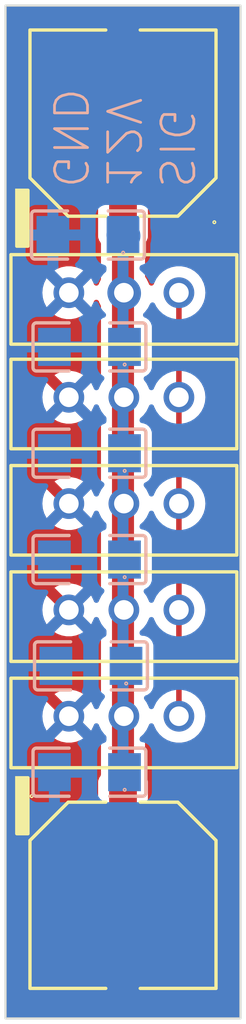
<source format=kicad_pcb>
(kicad_pcb (version 20221018) (generator pcbnew)
  (layers (0 "F.Cu" signal) (31 "B.Cu" signal) (34 "B.Paste" user) (35 "F.Paste" user) (36 "B.SilkS" user "B.Silkscreen") (37 "F.SilkS" user "F.Silkscreen") (38 "B.Mask" user) (39 "F.Mask" user) (44 "Edge.Cuts" user))
  (net 0 "")
  (net 1 "/GND")
  (net 2 "/12V")
  (net 3 "/DATA")
  (footprint "footprints:CONN3_B3B-EH-ALFSN_JST" (layer "F.Cu") (at 88.726 55.626)
    (fp_text reference "J3" hide)
    (fp_text value "B3B-EH-ALFSN" hide)
    (fp_line (start -2.6308 -1.727) (end -2.6308 2.337) (stroke (width 0.1524)) (layer "F.SilkS"))
    (fp_line (start -2.6308 2.337) (end 7.6308 2.337) (stroke (width 0.1524)) (layer "F.SilkS"))
    (fp_line (start 7.6308 -1.727) (end -2.6308 -1.727) (stroke (width 0.1524)) (layer "F.SilkS"))
    (fp_line (start 7.6308 2.337) (end 7.6308 -1.727) (stroke (width 0.1524)) (layer "F.SilkS"))
    (pad "1" thru_hole circle (at 0 0) (size 1.397 1.397) (drill 0.889) (layers "*.Cu" "*.Mask") (net 1 "/GND"))
    (pad "2" thru_hole circle (at 2.5 0) (size 1.397 1.397) (drill 0.889) (layers "*.Cu" "*.Mask") (net 2 "/12V"))
    (pad "3" thru_hole circle (at 5 0) (size 1.397 1.397) (drill 0.889) (layers "*.Cu" "*.Mask") (net 3 "/DATA"))
  )
  (footprint "footprint:CAP-SMD_BD8.0-L8.3-W8.3-RD" (layer "F.Cu") (at 91.186 38.354 -90)
    (fp_text reference "C3" hide)
    (fp_text value "VE-221M1ETR-0810" hide)
    (fp_line (start -4.226238 -4.226238) (end 2.489967 -4.226238) (stroke (width 0.1524)) (layer "F.SilkS"))
    (fp_line (start -4.226238 -0.782398) (end -4.226238 -4.226238) (stroke (width 0.1524)) (layer "F.SilkS"))
    (fp_line (start -4.226238 0.782398) (end -4.226238 4.226238) (stroke (width 0.1524)) (layer "F.SilkS"))
    (fp_line (start -4.226238 4.226238) (end 2.489967 4.226238) (stroke (width 0.1524)) (layer "F.SilkS"))
    (fp_line (start 2.489967 -4.226238) (end 4.226238 -2.489967) (stroke (width 0.1524)) (layer "F.SilkS"))
    (fp_line (start 2.489967 4.226238) (end 4.226238 2.489967) (stroke (width 0.1524)) (layer "F.SilkS"))
    (fp_line (start 4.226238 -2.489967) (end 4.226238 -0.782398) (stroke (width 0.1524)) (layer "F.SilkS"))
    (fp_line (start 4.226238 2.489967) (end 4.226238 0.782398) (stroke (width 0.1524)) (layer "F.SilkS"))
    (fp_circle (center 4.500127 -4.150114) (end 4.530099 -4.150114) (stroke (width 0.059995)) (fill none) (layer "F.SilkS"))
    (pad "1" smd rect (at 3.294895 0 90) (size 3.610008 1.259995) (layers "F.Cu" "F.Paste" "F.Mask") (net 2 "/12V"))
    (pad "2" smd rect (at -3.294895 0 90) (size 3.610008 1.259995) (layers "F.Cu" "F.Paste" "F.Mask") (net 1 "/GND"))
  )
  (footprint "footprint:CAP-SMD_BD8.0-L8.3-W8.3-RD" (layer "F.Cu") (at 91.186 73.406 90)
    (fp_text reference "C1" hide)
    (fp_text value "VE-221M1ETR-0810" hide)
    (fp_line (start -4.226238 -4.226238) (end 2.489967 -4.226238) (stroke (width 0.1524)) (layer "F.SilkS"))
    (fp_line (start -4.226238 -0.782398) (end -4.226238 -4.226238) (stroke (width 0.1524)) (layer "F.SilkS"))
    (fp_line (start -4.226238 0.782398) (end -4.226238 4.226238) (stroke (width 0.1524)) (layer "F.SilkS"))
    (fp_line (start -4.226238 4.226238) (end 2.489967 4.226238) (stroke (width 0.1524)) (layer "F.SilkS"))
    (fp_line (start 2.489967 -4.226238) (end 4.226238 -2.489967) (stroke (width 0.1524)) (layer "F.SilkS"))
    (fp_line (start 2.489967 4.226238) (end 4.226238 2.489967) (stroke (width 0.1524)) (layer "F.SilkS"))
    (fp_line (start 4.226238 -2.489967) (end 4.226238 -0.782398) (stroke (width 0.1524)) (layer "F.SilkS"))
    (fp_line (start 4.226238 2.489967) (end 4.226238 0.782398) (stroke (width 0.1524)) (layer "F.SilkS"))
    (fp_circle (center 4.500127 -4.150114) (end 4.530099 -4.150114) (stroke (width 0.059995)) (fill none) (layer "F.SilkS"))
    (pad "1" smd rect (at 3.294895 0 270) (size 3.610008 1.259995) (layers "F.Cu" "F.Paste" "F.Mask") (net 2 "/12V"))
    (pad "2" smd rect (at -3.294895 0 270) (size 3.610008 1.259995) (layers "F.Cu" "F.Paste" "F.Mask") (net 1 "/GND"))
  )
  (footprint "footprints:CONN3_B3B-EH-ALFSN_JST" (layer "F.Cu") (at 88.726 46.053)
    (fp_text reference "J1" hide)
    (fp_text value "B3B-EH-ALFSN" hide)
    (fp_line (start -2.6308 -1.727) (end -2.6308 2.337) (stroke (width 0.1524)) (layer "F.SilkS"))
    (fp_line (start -2.6308 2.337) (end 7.6308 2.337) (stroke (width 0.1524)) (layer "F.SilkS"))
    (fp_line (start 7.6308 -1.727) (end -2.6308 -1.727) (stroke (width 0.1524)) (layer "F.SilkS"))
    (fp_line (start 7.6308 2.337) (end 7.6308 -1.727) (stroke (width 0.1524)) (layer "F.SilkS"))
    (pad "1" thru_hole circle (at 0 0) (size 1.397 1.397) (drill 0.889) (layers "*.Cu" "*.Mask") (net 1 "/GND"))
    (pad "2" thru_hole circle (at 2.5 0) (size 1.397 1.397) (drill 0.889) (layers "*.Cu" "*.Mask") (net 2 "/12V"))
    (pad "3" thru_hole circle (at 5 0) (size 1.397 1.397) (drill 0.889) (layers "*.Cu" "*.Mask") (net 3 "/DATA"))
  )
  (footprint "footprints:CONN3_B3B-EH-ALFSN_JST" (layer "F.Cu") (at 88.726 65.278)
    (fp_text reference "J5" hide)
    (fp_text value "B3B-EH-ALFSN" hide)
    (fp_line (start -2.6308 -1.727) (end -2.6308 2.337) (stroke (width 0.1524)) (layer "F.SilkS"))
    (fp_line (start -2.6308 2.337) (end 7.6308 2.337) (stroke (width 0.1524)) (layer "F.SilkS"))
    (fp_line (start 7.6308 -1.727) (end -2.6308 -1.727) (stroke (width 0.1524)) (layer "F.SilkS"))
    (fp_line (start 7.6308 2.337) (end 7.6308 -1.727) (stroke (width 0.1524)) (layer "F.SilkS"))
    (pad "1" thru_hole circle (at 0 0) (size 1.397 1.397) (drill 0.889) (layers "*.Cu" "*.Mask") (net 1 "/GND"))
    (pad "2" thru_hole circle (at 2.5 0) (size 1.397 1.397) (drill 0.889) (layers "*.Cu" "*.Mask") (net 2 "/12V"))
    (pad "3" thru_hole circle (at 5 0) (size 1.397 1.397) (drill 0.889) (layers "*.Cu" "*.Mask") (net 3 "/DATA"))
  )
  (footprint "footprints:CONN3_B3B-EH-ALFSN_JST" (layer "F.Cu") (at 88.726 50.8)
    (fp_text reference "J2" hide)
    (fp_text value "B3B-EH-ALFSN" hide)
    (fp_line (start -2.6308 -1.727) (end -2.6308 2.337) (stroke (width 0.1524)) (layer "F.SilkS"))
    (fp_line (start -2.6308 2.337) (end 7.6308 2.337) (stroke (width 0.1524)) (layer "F.SilkS"))
    (fp_line (start 7.6308 -1.727) (end -2.6308 -1.727) (stroke (width 0.1524)) (layer "F.SilkS"))
    (fp_line (start 7.6308 2.337) (end 7.6308 -1.727) (stroke (width 0.1524)) (layer "F.SilkS"))
    (pad "1" thru_hole circle (at 0 0) (size 1.397 1.397) (drill 0.889) (layers "*.Cu" "*.Mask") (net 1 "/GND"))
    (pad "2" thru_hole circle (at 2.5 0) (size 1.397 1.397) (drill 0.889) (layers "*.Cu" "*.Mask") (net 2 "/12V"))
    (pad "3" thru_hole circle (at 5 0) (size 1.397 1.397) (drill 0.889) (layers "*.Cu" "*.Mask") (net 3 "/DATA"))
  )
  (footprint "footprints:CONN3_B3B-EH-ALFSN_JST" (layer "F.Cu") (at 88.726 60.452)
    (fp_text reference "J4" hide)
    (fp_text value "B3B-EH-ALFSN" hide)
    (fp_line (start -2.6308 -1.727) (end -2.6308 2.337) (stroke (width 0.1524)) (layer "F.SilkS"))
    (fp_line (start -2.6308 2.337) (end 7.6308 2.337) (stroke (width 0.1524)) (layer "F.SilkS"))
    (fp_line (start 7.6308 -1.727) (end -2.6308 -1.727) (stroke (width 0.1524)) (layer "F.SilkS"))
    (fp_line (start 7.6308 2.337) (end 7.6308 -1.727) (stroke (width 0.1524)) (layer "F.SilkS"))
    (pad "1" thru_hole circle (at 0 0) (size 1.397 1.397) (drill 0.889) (layers "*.Cu" "*.Mask") (net 1 "/GND"))
    (pad "2" thru_hole circle (at 2.5 0) (size 1.397 1.397) (drill 0.889) (layers "*.Cu" "*.Mask") (net 2 "/12V"))
    (pad "3" thru_hole circle (at 5 0) (size 1.397 1.397) (drill 0.889) (layers "*.Cu" "*.Mask") (net 3 "/DATA"))
  )
  (footprint "footprint:C1206" (layer "B.Cu") (at 89.593417 43.434 180)
    (fp_text reference "C7" hide)
    (fp_text value "CL31B104KBCNNNC" hide)
    (fp_line (start -2.563602 -0.940208) (end -2.563602 0.940208) (stroke (width 0.1524)) (layer "B.SilkS"))
    (fp_line (start -2.411201 1.092609) (end -0.926213 1.092609) (stroke (width 0.1524)) (layer "B.SilkS"))
    (fp_line (start -0.926213 -1.092609) (end -2.411201 -1.092609) (stroke (width 0.1524)) (layer "B.SilkS"))
    (fp_line (start 0.926213 -1.092609) (end 2.411201 -1.092609) (stroke (width 0.1524)) (layer "B.SilkS"))
    (fp_line (start 2.411201 1.092609) (end 0.926213 1.092609) (stroke (width 0.1524)) (layer "B.SilkS"))
    (fp_line (start 2.563602 -0.940208) (end 2.563602 0.940208) (stroke (width 0.1524)) (layer "B.SilkS"))
    (fp_arc (start -2.563602 -0.940208) (mid -2.518965 -1.047972) (end -2.411201 -1.092609) (stroke (width 0.1524)) (layer "B.SilkS"))
    (fp_arc (start -2.411201 1.092609) (mid -2.518965 1.047972) (end -2.563602 0.940208) (stroke (width 0.1524)) (layer "B.SilkS"))
    (fp_arc (start 2.411201 -1.092609) (mid 2.518965 -1.047972) (end 2.563602 -0.940208) (stroke (width 0.1524)) (layer "B.SilkS"))
    (fp_arc (start 2.563602 0.940208) (mid 2.518965 1.047972) (end 2.411201 1.092609) (stroke (width 0.1524)) (layer "B.SilkS"))
    (fp_circle (center -1.599949 -0.800102) (end -1.569977 -0.800102) (stroke (width 0.059995)) (fill none) (layer "B.SilkS"))
    (pad "1" smd rect (at -1.592583 0 180) (size 1.485014 1.727991) (layers "B.Cu" "B.Paste" "B.Mask") (net 2 "/12V"))
    (pad "2" smd rect (at 1.592583 0 180) (size 1.485014 1.727991) (layers "B.Cu" "B.Paste" "B.Mask") (net 1 "/GND"))
  )
  (footprint "footprint:C1206" (layer "B.Cu") (at 89.662 58.166 180)
    (fp_text reference "C5" hide)
    (fp_text value "CL31B104KBCNNNC" hide)
    (fp_line (start -2.563602 -0.940208) (end -2.563602 0.940208) (stroke (width 0.1524)) (layer "B.SilkS"))
    (fp_line (start -2.411201 1.092609) (end -0.926213 1.092609) (stroke (width 0.1524)) (layer "B.SilkS"))
    (fp_line (start -0.926213 -1.092609) (end -2.411201 -1.092609) (stroke (width 0.1524)) (layer "B.SilkS"))
    (fp_line (start 0.926213 -1.092609) (end 2.411201 -1.092609) (stroke (width 0.1524)) (layer "B.SilkS"))
    (fp_line (start 2.411201 1.092609) (end 0.926213 1.092609) (stroke (width 0.1524)) (layer "B.SilkS"))
    (fp_line (start 2.563602 -0.940208) (end 2.563602 0.940208) (stroke (width 0.1524)) (layer "B.SilkS"))
    (fp_arc (start -2.563602 -0.940208) (mid -2.518965 -1.047972) (end -2.411201 -1.092609) (stroke (width 0.1524)) (layer "B.SilkS"))
    (fp_arc (start -2.411201 1.092609) (mid -2.518965 1.047972) (end -2.563602 0.940208) (stroke (width 0.1524)) (layer "B.SilkS"))
    (fp_arc (start 2.411201 -1.092609) (mid 2.518965 -1.047972) (end 2.563602 -0.940208) (stroke (width 0.1524)) (layer "B.SilkS"))
    (fp_arc (start 2.563602 0.940208) (mid 2.518965 1.047972) (end 2.411201 1.092609) (stroke (width 0.1524)) (layer "B.SilkS"))
    (fp_circle (center -1.599949 -0.800102) (end -1.569977 -0.800102) (stroke (width 0.059995)) (fill none) (layer "B.SilkS"))
    (pad "1" smd rect (at -1.592583 0 180) (size 1.485014 1.727991) (layers "B.Cu" "B.Paste" "B.Mask") (net 2 "/12V"))
    (pad "2" smd rect (at 1.592583 0 180) (size 1.485014 1.727991) (layers "B.Cu" "B.Paste" "B.Mask") (net 1 "/GND"))
  )
  (footprint "footprint:C1206" (layer "B.Cu") (at 89.730583 62.992 180)
    (fp_text reference "C6" hide)
    (fp_text value "CL31B104KBCNNNC" hide)
    (fp_line (start -2.563602 -0.940208) (end -2.563602 0.940208) (stroke (width 0.1524)) (layer "B.SilkS"))
    (fp_line (start -2.411201 1.092609) (end -0.926213 1.092609) (stroke (width 0.1524)) (layer "B.SilkS"))
    (fp_line (start -0.926213 -1.092609) (end -2.411201 -1.092609) (stroke (width 0.1524)) (layer "B.SilkS"))
    (fp_line (start 0.926213 -1.092609) (end 2.411201 -1.092609) (stroke (width 0.1524)) (layer "B.SilkS"))
    (fp_line (start 2.411201 1.092609) (end 0.926213 1.092609) (stroke (width 0.1524)) (layer "B.SilkS"))
    (fp_line (start 2.563602 -0.940208) (end 2.563602 0.940208) (stroke (width 0.1524)) (layer "B.SilkS"))
    (fp_arc (start -2.563602 -0.940208) (mid -2.518965 -1.047972) (end -2.411201 -1.092609) (stroke (width 0.1524)) (layer "B.SilkS"))
    (fp_arc (start -2.411201 1.092609) (mid -2.518965 1.047972) (end -2.563602 0.940208) (stroke (width 0.1524)) (layer "B.SilkS"))
    (fp_arc (start 2.411201 -1.092609) (mid 2.518965 -1.047972) (end 2.563602 -0.940208) (stroke (width 0.1524)) (layer "B.SilkS"))
    (fp_arc (start 2.563602 0.940208) (mid 2.518965 1.047972) (end 2.411201 1.092609) (stroke (width 0.1524)) (layer "B.SilkS"))
    (fp_circle (center -1.599949 -0.800102) (end -1.569977 -0.800102) (stroke (width 0.059995)) (fill none) (layer "B.SilkS"))
    (pad "1" smd rect (at -1.592583 0 180) (size 1.485014 1.727991) (layers "B.Cu" "B.Paste" "B.Mask") (net 2 "/12V"))
    (pad "2" smd rect (at 1.592583 0 180) (size 1.485014 1.727991) (layers "B.Cu" "B.Paste" "B.Mask") (net 1 "/GND"))
  )
  (footprint "footprint:C1206" (layer "B.Cu") (at 89.662 48.514 180)
    (fp_text reference "C2" hide)
    (fp_text value "CL31B104KBCNNNC" hide)
    (fp_line (start -2.563602 -0.940208) (end -2.563602 0.940208) (stroke (width 0.1524)) (layer "B.SilkS"))
    (fp_line (start -2.411201 1.092609) (end -0.926213 1.092609) (stroke (width 0.1524)) (layer "B.SilkS"))
    (fp_line (start -0.926213 -1.092609) (end -2.411201 -1.092609) (stroke (width 0.1524)) (layer "B.SilkS"))
    (fp_line (start 0.926213 -1.092609) (end 2.411201 -1.092609) (stroke (width 0.1524)) (layer "B.SilkS"))
    (fp_line (start 2.411201 1.092609) (end 0.926213 1.092609) (stroke (width 0.1524)) (layer "B.SilkS"))
    (fp_line (start 2.563602 -0.940208) (end 2.563602 0.940208) (stroke (width 0.1524)) (layer "B.SilkS"))
    (fp_arc (start -2.563602 -0.940208) (mid -2.518965 -1.047972) (end -2.411201 -1.092609) (stroke (width 0.1524)) (layer "B.SilkS"))
    (fp_arc (start -2.411201 1.092609) (mid -2.518965 1.047972) (end -2.563602 0.940208) (stroke (width 0.1524)) (layer "B.SilkS"))
    (fp_arc (start 2.411201 -1.092609) (mid 2.518965 -1.047972) (end 2.563602 -0.940208) (stroke (width 0.1524)) (layer "B.SilkS"))
    (fp_arc (start 2.563602 0.940208) (mid 2.518965 1.047972) (end 2.411201 1.092609) (stroke (width 0.1524)) (layer "B.SilkS"))
    (fp_circle (center -1.599949 -0.800102) (end -1.569977 -0.800102) (stroke (width 0.059995)) (fill none) (layer "B.SilkS"))
    (pad "1" smd rect (at -1.592583 0 180) (size 1.485014 1.727991) (layers "B.Cu" "B.Paste" "B.Mask") (net 2 "/12V"))
    (pad "2" smd rect (at 1.592583 0 180) (size 1.485014 1.727991) (layers "B.Cu" "B.Paste" "B.Mask") (net 1 "/GND"))
  )
  (footprint "footprint:C1206" (layer "B.Cu") (at 89.662 67.818 180)
    (fp_text reference "C8" hide)
    (fp_text value "CL31B104KBCNNNC" hide)
    (fp_line (start -2.563602 -0.940208) (end -2.563602 0.940208) (stroke (width 0.1524)) (layer "B.SilkS"))
    (fp_line (start -2.411201 1.092609) (end -0.926213 1.092609) (stroke (width 0.1524)) (layer "B.SilkS"))
    (fp_line (start -0.926213 -1.092609) (end -2.411201 -1.092609) (stroke (width 0.1524)) (layer "B.SilkS"))
    (fp_line (start 0.926213 -1.092609) (end 2.411201 -1.092609) (stroke (width 0.1524)) (layer "B.SilkS"))
    (fp_line (start 2.411201 1.092609) (end 0.926213 1.092609) (stroke (width 0.1524)) (layer "B.SilkS"))
    (fp_line (start 2.563602 -0.940208) (end 2.563602 0.940208) (stroke (width 0.1524)) (layer "B.SilkS"))
    (fp_arc (start -2.563602 -0.940208) (mid -2.518965 -1.047972) (end -2.411201 -1.092609) (stroke (width 0.1524)) (layer "B.SilkS"))
    (fp_arc (start -2.411201 1.092609) (mid -2.518965 1.047972) (end -2.563602 0.940208) (stroke (width 0.1524)) (layer "B.SilkS"))
    (fp_arc (start 2.411201 -1.092609) (mid 2.518965 -1.047972) (end 2.563602 -0.940208) (stroke (width 0.1524)) (layer "B.SilkS"))
    (fp_arc (start 2.563602 0.940208) (mid 2.518965 1.047972) (end 2.411201 1.092609) (stroke (width 0.1524)) (layer "B.SilkS"))
    (fp_circle (center -1.599949 -0.800102) (end -1.569977 -0.800102) (stroke (width 0.059995)) (fill none) (layer "B.SilkS"))
    (pad "1" smd rect (at -1.592583 0 180) (size 1.485014 1.727991) (layers "B.Cu" "B.Paste" "B.Mask") (net 2 "/12V"))
    (pad "2" smd rect (at 1.592583 0 180) (size 1.485014 1.727991) (layers "B.Cu" "B.Paste" "B.Mask") (net 1 "/GND"))
  )
  (footprint "footprint:C1206" (layer "B.Cu") (at 89.662 53.34 180)
    (fp_text reference "C4" hide)
    (fp_text value "CL31B104KBCNNNC" hide)
    (fp_line (start -2.563602 -0.940208) (end -2.563602 0.940208) (stroke (width 0.1524)) (layer "B.SilkS"))
    (fp_line (start -2.411201 1.092609) (end -0.926213 1.092609) (stroke (width 0.1524)) (layer "B.SilkS"))
    (fp_line (start -0.926213 -1.092609) (end -2.411201 -1.092609) (stroke (width 0.1524)) (layer "B.SilkS"))
    (fp_line (start 0.926213 -1.092609) (end 2.411201 -1.092609) (stroke (width 0.1524)) (layer "B.SilkS"))
    (fp_line (start 2.411201 1.092609) (end 0.926213 1.092609) (stroke (width 0.1524)) (layer "B.SilkS"))
    (fp_line (start 2.563602 -0.940208) (end 2.563602 0.940208) (stroke (width 0.1524)) (layer "B.SilkS"))
    (fp_arc (start -2.563602 -0.940208) (mid -2.518965 -1.047972) (end -2.411201 -1.092609) (stroke (width 0.1524)) (layer "B.SilkS"))
    (fp_arc (start -2.411201 1.092609) (mid -2.518965 1.047972) (end -2.563602 0.940208) (stroke (width 0.1524)) (layer "B.SilkS"))
    (fp_arc (start 2.411201 -1.092609) (mid 2.518965 -1.047972) (end 2.563602 -0.940208) (stroke (width 0.1524)) (layer "B.SilkS"))
    (fp_arc (start 2.563602 0.940208) (mid 2.518965 1.047972) (end 2.411201 1.092609) (stroke (width 0.1524)) (layer "B.SilkS"))
    (fp_circle (center -1.599949 -0.800102) (end -1.569977 -0.800102) (stroke (width 0.059995)) (fill none) (layer "B.SilkS"))
    (pad "1" smd rect (at -1.592583 0 180) (size 1.485014 1.727991) (layers "B.Cu" "B.Paste" "B.Mask") (net 2 "/12V"))
    (pad "2" smd rect (at 1.592583 0 180) (size 1.485014 1.727991) (layers "B.Cu" "B.Paste" "B.Mask") (net 1 "/GND"))
  )
  (gr_rect (start 86.36 41.402) (end 86.868 43.942) (stroke (width 0.15)) (fill solid) (layer "F.SilkS"))
  (gr_rect (start 86.36 68.072) (end 86.868 70.612) (stroke (width 0.15)) (fill solid) (layer "F.SilkS"))
  (gr_rect (start 85.852 33.02) (end 96.52 78.994) (stroke (width 0.1)) (fill none) (layer "Edge.Cuts"))
  (gr_text "SIG\n12V\nGND" (at 87.884 41.402 270) (layer "B.SilkS") (effects (font (size 1.5 1.5) (thickness 0.125)) (justify left bottom mirror)))
  (segment (start 91.186 41.648895) (end 91.186 70.111105) (width 1) (layer "F.Cu") (net 2))
  (segment (start 91.254583 43.502583) (end 91.186 43.434) (width 0.25) (layer "B.Cu") (net 2))
  (segment (start 91.254583 46.081583) (end 91.226 46.053) (width 1.5) (layer "B.Cu") (net 2))
  (segment (start 91.226 43.474) (end 91.186 43.434) (width 1.5) (layer "B.Cu") (net 2))
  (segment (start 91.186 67.749417) (end 91.254583 67.818) (width 0.25) (layer "B.Cu") (net 2))
  (segment (start 91.186 43.434) (end 91.186 67.749417) (width 0.5) (layer "B.Cu") (net 2))
  (segment (start 93.726 46.053) (end 93.726 65.278) (width 0.25) (layer "F.Cu") (net 3))
  (zone (net 1) (net_name "/GND") (layers "F&B.Cu") (connect_pads (clearance 0.5)) (min_thickness 0.25) (fill yes (thermal_gap 0.5) (thermal_bridge_width 0.5))
    (polygon (pts (xy 85.598 32.766) (xy 96.774 32.766) (xy 96.774 79.248) (xy 85.598 79.248)))
  )
)
</source>
